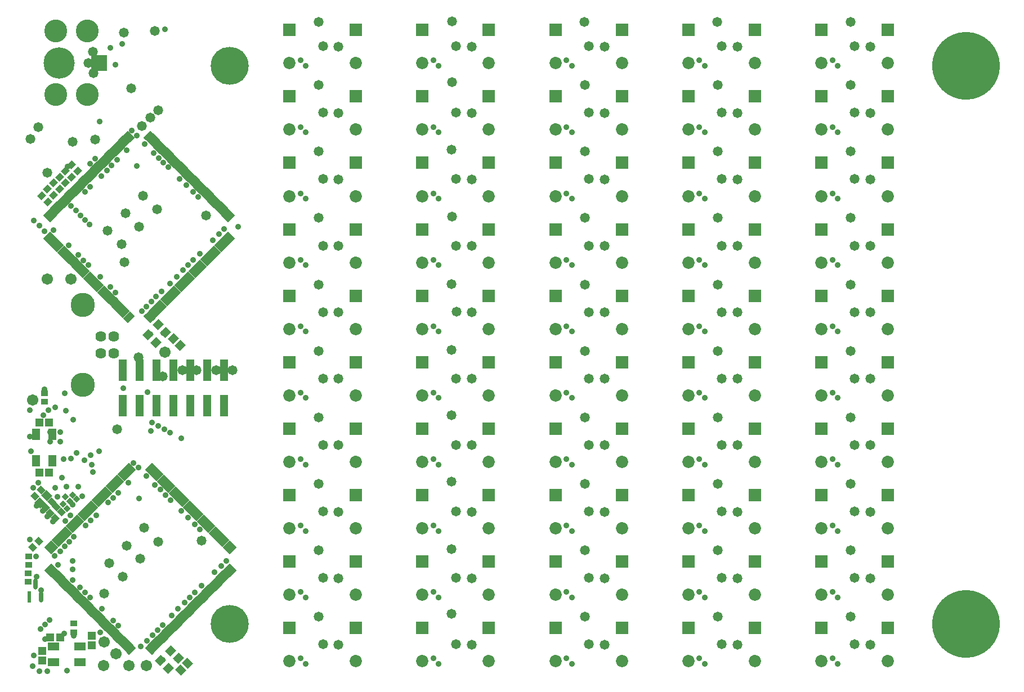
<source format=gts>
G04*
G04 #@! TF.GenerationSoftware,Altium Limited,Altium Designer,22.10.1 (41)*
G04*
G04 Layer_Color=8388736*
%FSLAX25Y25*%
%MOIN*%
G70*
G04*
G04 #@! TF.SameCoordinates,C65821A1-17F7-41E3-85A7-462E8C27BB40*
G04*
G04*
G04 #@! TF.FilePolarity,Negative*
G04*
G01*
G75*
G04:AMPARAMS|DCode=14|XSize=65.3mil|YSize=24.68mil|CornerRadius=12.34mil|HoleSize=0mil|Usage=FLASHONLY|Rotation=90.000|XOffset=0mil|YOffset=0mil|HoleType=Round|Shape=RoundedRectangle|*
%AMROUNDEDRECTD14*
21,1,0.06530,0.00000,0,0,90.0*
21,1,0.04063,0.02468,0,0,90.0*
1,1,0.02468,0.00000,0.02031*
1,1,0.02468,0.00000,-0.02031*
1,1,0.02468,0.00000,-0.02031*
1,1,0.02468,0.00000,0.02031*
%
%ADD14ROUNDEDRECTD14*%
%ADD15R,0.02468X0.06530*%
G04:AMPARAMS|DCode=18|XSize=51.18mil|YSize=43.31mil|CornerRadius=0mil|HoleSize=0mil|Usage=FLASHONLY|Rotation=45.000|XOffset=0mil|YOffset=0mil|HoleType=Round|Shape=Rectangle|*
%AMROTATEDRECTD18*
4,1,4,-0.00278,-0.03341,-0.03341,-0.00278,0.00278,0.03341,0.03341,0.00278,-0.00278,-0.03341,0.0*
%
%ADD18ROTATEDRECTD18*%

%ADD21R,0.04724X0.07087*%
%ADD25R,0.07087X0.04724*%
%ADD26R,0.04147X0.03753*%
%ADD27R,0.04737X0.13005*%
G04:AMPARAMS|DCode=28|XSize=21.78mil|YSize=61.15mil|CornerRadius=0mil|HoleSize=0mil|Usage=FLASHONLY|Rotation=315.000|XOffset=0mil|YOffset=0mil|HoleType=Round|Shape=Rectangle|*
%AMROTATEDRECTD28*
4,1,4,-0.02932,-0.01392,0.01392,0.02932,0.02932,0.01392,-0.01392,-0.02932,-0.02932,-0.01392,0.0*
%
%ADD28ROTATEDRECTD28*%

G04:AMPARAMS|DCode=29|XSize=61.15mil|YSize=21.78mil|CornerRadius=0mil|HoleSize=0mil|Usage=FLASHONLY|Rotation=315.000|XOffset=0mil|YOffset=0mil|HoleType=Round|Shape=Rectangle|*
%AMROTATEDRECTD29*
4,1,4,-0.02932,0.01392,-0.01392,0.02932,0.02932,-0.01392,0.01392,-0.02932,-0.02932,0.01392,0.0*
%
%ADD29ROTATEDRECTD29*%

%ADD30P,0.04194X4X270.0*%
G04:AMPARAMS|DCode=31|XSize=49.34mil|YSize=45.4mil|CornerRadius=0mil|HoleSize=0mil|Usage=FLASHONLY|Rotation=45.000|XOffset=0mil|YOffset=0mil|HoleType=Round|Shape=Rectangle|*
%AMROTATEDRECTD31*
4,1,4,-0.00139,-0.03350,-0.03350,-0.00139,0.00139,0.03350,0.03350,0.00139,-0.00139,-0.03350,0.0*
%
%ADD31ROTATEDRECTD31*%

G04:AMPARAMS|DCode=32|XSize=41.47mil|YSize=37.53mil|CornerRadius=0mil|HoleSize=0mil|Usage=FLASHONLY|Rotation=315.000|XOffset=0mil|YOffset=0mil|HoleType=Round|Shape=Rectangle|*
%AMROTATEDRECTD32*
4,1,4,-0.02793,0.00139,-0.00139,0.02793,0.02793,-0.00139,0.00139,-0.02793,-0.02793,0.00139,0.0*
%
%ADD32ROTATEDRECTD32*%

%ADD33R,0.04934X0.04540*%
G04:AMPARAMS|DCode=34|XSize=41.47mil|YSize=37.53mil|CornerRadius=0mil|HoleSize=0mil|Usage=FLASHONLY|Rotation=45.000|XOffset=0mil|YOffset=0mil|HoleType=Round|Shape=Rectangle|*
%AMROTATEDRECTD34*
4,1,4,-0.00139,-0.02793,-0.02793,-0.00139,0.00139,0.02793,0.02793,0.00139,-0.00139,-0.02793,0.0*
%
%ADD34ROTATEDRECTD34*%

G04:AMPARAMS|DCode=35|XSize=49.34mil|YSize=45.4mil|CornerRadius=0mil|HoleSize=0mil|Usage=FLASHONLY|Rotation=135.000|XOffset=0mil|YOffset=0mil|HoleType=Round|Shape=Rectangle|*
%AMROTATEDRECTD35*
4,1,4,0.03350,-0.00139,0.00139,-0.03350,-0.03350,0.00139,-0.00139,0.03350,0.03350,-0.00139,0.0*
%
%ADD35ROTATEDRECTD35*%

%ADD36R,0.04540X0.04934*%
%ADD37C,0.07284*%
%ADD38R,0.07284X0.07284*%
%ADD39C,0.13521*%
%ADD40C,0.18517*%
%ADD41R,0.09658X0.09658*%
%ADD42C,0.14383*%
%ADD43C,0.06391*%
%ADD44C,0.03556*%
%ADD45C,0.06706*%
%ADD46C,0.22453*%
%ADD47C,0.05800*%
%ADD48C,0.40170*%
D14*
X9843Y55512D02*
D03*
X13445Y47821D02*
D03*
D15*
X6240D02*
D03*
D18*
X81263Y198717D02*
D03*
X87110Y204563D02*
D03*
X82516Y209157D02*
D03*
X76670Y203311D02*
D03*
X84150Y10200D02*
D03*
X89996Y16047D02*
D03*
X94590Y11453D02*
D03*
X88744Y5607D02*
D03*
D21*
X10433Y128543D02*
D03*
Y144291D02*
D03*
X19882D02*
D03*
X19882Y128543D02*
D03*
D25*
X20583Y9218D02*
D03*
X36331Y9218D02*
D03*
X36331Y18667D02*
D03*
X20583D02*
D03*
D26*
X15354Y163583D02*
D03*
Y168701D02*
D03*
X5512Y62008D02*
D03*
Y56890D02*
D03*
X5906Y71900D02*
D03*
Y66782D02*
D03*
X32658Y32166D02*
D03*
Y27048D02*
D03*
D27*
X101772Y182382D02*
D03*
Y161122D02*
D03*
X91772Y182382D02*
D03*
Y161122D02*
D03*
X61772D02*
D03*
Y182382D02*
D03*
X71772Y161122D02*
D03*
Y182382D02*
D03*
X81772Y161122D02*
D03*
Y182382D02*
D03*
X111772Y161122D02*
D03*
X121772Y161122D02*
D03*
X111772Y182382D02*
D03*
X121772D02*
D03*
D28*
X41676Y41394D02*
D03*
X101251Y100970D02*
D03*
X43068Y40003D02*
D03*
X102643Y99578D02*
D03*
X36109Y46962D02*
D03*
X95684Y106537D02*
D03*
X48636Y34435D02*
D03*
X108211Y94010D02*
D03*
X37501Y45570D02*
D03*
X97076Y105146D02*
D03*
X47244Y35827D02*
D03*
X106819Y95402D02*
D03*
X38892Y44178D02*
D03*
X98468Y103754D02*
D03*
X45852Y37219D02*
D03*
X105427Y96794D02*
D03*
X18013Y65058D02*
D03*
X77588Y124633D02*
D03*
X66731Y16340D02*
D03*
X126306Y75915D02*
D03*
X19405Y63666D02*
D03*
X78980Y123241D02*
D03*
X65339Y17731D02*
D03*
X124915Y77307D02*
D03*
X20797Y62274D02*
D03*
X80372Y121849D02*
D03*
X63947Y19124D02*
D03*
X123522Y78699D02*
D03*
X40284Y42786D02*
D03*
X99859Y102362D02*
D03*
X44460Y38611D02*
D03*
X104035Y98186D02*
D03*
X22189Y60882D02*
D03*
X81764Y120457D02*
D03*
X62555Y20515D02*
D03*
X122131Y80090D02*
D03*
X23581Y59490D02*
D03*
X83156Y119065D02*
D03*
X61164Y21907D02*
D03*
X120739Y81482D02*
D03*
X24973Y58098D02*
D03*
X84548Y117673D02*
D03*
X59772Y23299D02*
D03*
X119347Y82874D02*
D03*
X26365Y56706D02*
D03*
X85940Y116281D02*
D03*
X58380Y24691D02*
D03*
X117955Y84266D02*
D03*
X27757Y55314D02*
D03*
X87332Y114889D02*
D03*
X56988Y26083D02*
D03*
X116563Y85658D02*
D03*
X29149Y53922D02*
D03*
X88724Y113497D02*
D03*
X55596Y27475D02*
D03*
X115171Y87050D02*
D03*
X30541Y52530D02*
D03*
X90116Y112105D02*
D03*
X54204Y28867D02*
D03*
X113779Y88442D02*
D03*
X31933Y51138D02*
D03*
X91508Y110713D02*
D03*
X52812Y30259D02*
D03*
X112387Y89834D02*
D03*
X33325Y49746D02*
D03*
X92900Y109321D02*
D03*
X51420Y31651D02*
D03*
X110995Y91226D02*
D03*
X34717Y48354D02*
D03*
X94292Y107929D02*
D03*
X50028Y33043D02*
D03*
X109603Y92618D02*
D03*
X108786Y289271D02*
D03*
X49211Y229695D02*
D03*
X93475Y304582D02*
D03*
X33900Y245007D02*
D03*
X110178Y287879D02*
D03*
X50603Y228304D02*
D03*
X92083Y305974D02*
D03*
X32508Y246399D02*
D03*
X111570Y286487D02*
D03*
X51995Y226911D02*
D03*
X90691Y307366D02*
D03*
X31116Y247791D02*
D03*
X112962Y285095D02*
D03*
X53387Y225520D02*
D03*
X89299Y308758D02*
D03*
X29724Y249183D02*
D03*
X114354Y283703D02*
D03*
X54779Y224128D02*
D03*
X87907Y310150D02*
D03*
X28332Y250575D02*
D03*
X115746Y282311D02*
D03*
X56171Y222736D02*
D03*
X86515Y311542D02*
D03*
X26940Y251967D02*
D03*
X117138Y280919D02*
D03*
X57563Y221344D02*
D03*
X85123Y312934D02*
D03*
X25548Y253359D02*
D03*
X118530Y279527D02*
D03*
X58955Y219952D02*
D03*
X83731Y314325D02*
D03*
X24156Y254750D02*
D03*
X119922Y278135D02*
D03*
X60347Y218560D02*
D03*
X82339Y315718D02*
D03*
X22764Y256142D02*
D03*
X121314Y276743D02*
D03*
X61739Y217168D02*
D03*
X80948Y317109D02*
D03*
X21372Y257534D02*
D03*
X103219Y294838D02*
D03*
X43643Y235263D02*
D03*
X99043Y299014D02*
D03*
X39468Y239439D02*
D03*
X122706Y275351D02*
D03*
X63131Y215776D02*
D03*
X79555Y318501D02*
D03*
X19980Y258926D02*
D03*
X124098Y273959D02*
D03*
X64523Y214384D02*
D03*
X78164Y319893D02*
D03*
X18588Y260318D02*
D03*
X125490Y272567D02*
D03*
X65914Y212992D02*
D03*
X76772Y321285D02*
D03*
X17197Y261710D02*
D03*
X104611Y293446D02*
D03*
X45035Y233871D02*
D03*
X97651Y300406D02*
D03*
X38076Y240831D02*
D03*
X106002Y292055D02*
D03*
X46427Y232479D02*
D03*
X96259Y301798D02*
D03*
X36684Y242223D02*
D03*
X107394Y290663D02*
D03*
X47819Y231087D02*
D03*
X94867Y303190D02*
D03*
X35292Y243615D02*
D03*
X101827Y296230D02*
D03*
X42252Y236655D02*
D03*
X100435Y297622D02*
D03*
X40859Y238047D02*
D03*
D29*
X41676Y99578D02*
D03*
X43068Y100970D02*
D03*
X101251Y40003D02*
D03*
X102643Y41394D02*
D03*
X36108Y94010D02*
D03*
X48636Y106537D02*
D03*
X95684Y34435D02*
D03*
X108211Y46962D02*
D03*
X37501Y95402D02*
D03*
X47244Y105146D02*
D03*
X97076Y35827D02*
D03*
X106819Y45570D02*
D03*
X38892Y96794D02*
D03*
X45852Y103754D02*
D03*
X98468Y37219D02*
D03*
X105427Y44178D02*
D03*
X18013Y75915D02*
D03*
X66731Y124633D02*
D03*
X77588Y16340D02*
D03*
X126306Y65058D02*
D03*
X19405Y77307D02*
D03*
X65339Y123241D02*
D03*
X78980Y17731D02*
D03*
X124915Y63666D02*
D03*
X20797Y78699D02*
D03*
X63947Y121849D02*
D03*
X80372Y19124D02*
D03*
X123522Y62274D02*
D03*
X40284Y98186D02*
D03*
X44460Y102362D02*
D03*
X99859Y38611D02*
D03*
X104035Y42786D02*
D03*
X22189Y80090D02*
D03*
X62555Y120457D02*
D03*
X81764Y20515D02*
D03*
X122131Y60882D02*
D03*
X23581Y81482D02*
D03*
X61164Y119065D02*
D03*
X83156Y21907D02*
D03*
X120739Y59490D02*
D03*
X24973Y82874D02*
D03*
X59772Y117673D02*
D03*
X84548Y23299D02*
D03*
X119347Y58098D02*
D03*
X26365Y84266D02*
D03*
X58380Y116281D02*
D03*
X85940Y24691D02*
D03*
X117955Y56706D02*
D03*
X27757Y85658D02*
D03*
X56988Y114889D02*
D03*
X87332Y26083D02*
D03*
X116563Y55314D02*
D03*
X29149Y87050D02*
D03*
X55596Y113497D02*
D03*
X88724Y27475D02*
D03*
X115171Y53922D02*
D03*
X30541Y88442D02*
D03*
X54204Y112105D02*
D03*
X90116Y28867D02*
D03*
X113779Y52530D02*
D03*
X31933Y89834D02*
D03*
X52812Y110713D02*
D03*
X91508Y30259D02*
D03*
X112387Y51138D02*
D03*
X33325Y91226D02*
D03*
X51420Y109321D02*
D03*
X92900Y31651D02*
D03*
X110995Y49746D02*
D03*
X34717Y92618D02*
D03*
X50028Y107929D02*
D03*
X94292Y33043D02*
D03*
X109603Y48354D02*
D03*
X108786Y245007D02*
D03*
X93475Y229695D02*
D03*
X49211Y304582D02*
D03*
X33900Y289271D02*
D03*
X110178Y246399D02*
D03*
X92083Y228304D02*
D03*
X50603Y305974D02*
D03*
X32508Y287879D02*
D03*
X111570Y247791D02*
D03*
X90691Y226911D02*
D03*
X51995Y307366D02*
D03*
X31116Y286487D02*
D03*
X112962Y249183D02*
D03*
X89299Y225520D02*
D03*
X53387Y308758D02*
D03*
X29724Y285095D02*
D03*
X114354Y250575D02*
D03*
X87907Y224128D02*
D03*
X54779Y310150D02*
D03*
X28332Y283703D02*
D03*
X115746Y251967D02*
D03*
X86515Y222736D02*
D03*
X56171Y311542D02*
D03*
X26940Y282311D02*
D03*
X117138Y253359D02*
D03*
X85123Y221344D02*
D03*
X57563Y312934D02*
D03*
X25548Y280919D02*
D03*
X118530Y254750D02*
D03*
X83731Y219952D02*
D03*
X58955Y314325D02*
D03*
X24156Y279527D02*
D03*
X119922Y256142D02*
D03*
X82339Y218560D02*
D03*
X60347Y315718D02*
D03*
X22764Y278135D02*
D03*
X121314Y257534D02*
D03*
X80948Y217168D02*
D03*
X61739Y317109D02*
D03*
X21372Y276743D02*
D03*
X103219Y239439D02*
D03*
X99043Y235263D02*
D03*
X43643Y299014D02*
D03*
X39468Y294838D02*
D03*
X122706Y258926D02*
D03*
X79555Y215776D02*
D03*
X63131Y318501D02*
D03*
X19980Y275351D02*
D03*
X124098Y260318D02*
D03*
X78164Y214384D02*
D03*
X64523Y319893D02*
D03*
X18588Y273959D02*
D03*
X125490Y261710D02*
D03*
X76772Y212992D02*
D03*
X65914Y321285D02*
D03*
X17197Y272567D02*
D03*
X104611Y240831D02*
D03*
X97651Y233871D02*
D03*
X45035Y300406D02*
D03*
X38076Y293446D02*
D03*
X106002Y242223D02*
D03*
X96259Y232479D02*
D03*
X46427Y301798D02*
D03*
X36684Y292055D02*
D03*
X107394Y243615D02*
D03*
X94867Y231087D02*
D03*
X47819Y303190D02*
D03*
X35292Y290663D02*
D03*
X101827Y238047D02*
D03*
X100435Y236655D02*
D03*
X42252Y297622D02*
D03*
X40859Y296230D02*
D03*
D30*
X34422Y105735D02*
D03*
X31916Y108241D02*
D03*
X28812Y100322D02*
D03*
X30190Y104653D02*
D03*
X27684Y107158D02*
D03*
X26306Y102828D02*
D03*
D31*
X91682Y200837D02*
D03*
X95719Y196801D02*
D03*
D32*
X8427Y77324D02*
D03*
X12046Y80943D02*
D03*
X15907Y100750D02*
D03*
X19526Y104369D02*
D03*
X22282Y101219D02*
D03*
X18663Y97600D02*
D03*
X25432Y98069D02*
D03*
X21813Y94450D02*
D03*
X13227Y111062D02*
D03*
X9608Y107442D02*
D03*
D33*
X13957Y10148D02*
D03*
Y15856D02*
D03*
X43307Y24902D02*
D03*
Y19193D02*
D03*
D34*
X20707Y285986D02*
D03*
X17088Y289605D02*
D03*
X24250Y289529D02*
D03*
X20631Y293148D02*
D03*
X27794Y293072D02*
D03*
X24175Y296691D02*
D03*
X31337Y296616D02*
D03*
X27718Y300235D02*
D03*
X31458Y303975D02*
D03*
X35077Y300356D02*
D03*
X13545Y285668D02*
D03*
X17164Y282049D02*
D03*
D35*
X12549Y103690D02*
D03*
X16585Y107727D02*
D03*
X96013Y4675D02*
D03*
X100050Y8711D02*
D03*
D36*
X18012Y151181D02*
D03*
X12303Y151181D02*
D03*
X12303Y121654D02*
D03*
X18012D02*
D03*
X24508Y24016D02*
D03*
X18799D02*
D03*
D37*
X160360Y364127D02*
D03*
Y167277D02*
D03*
X239101Y364127D02*
D03*
X317841D02*
D03*
X396581D02*
D03*
X475321D02*
D03*
X199730Y9797D02*
D03*
X278471Y9797D02*
D03*
X357211D02*
D03*
X435951D02*
D03*
X514691D02*
D03*
X199730Y49167D02*
D03*
X278471Y49167D02*
D03*
X357211Y49167D02*
D03*
X435951Y49167D02*
D03*
X514691D02*
D03*
X199730Y88537D02*
D03*
X278471Y88537D02*
D03*
X357211D02*
D03*
X435951D02*
D03*
X514691D02*
D03*
X199730Y127907D02*
D03*
X278471Y127907D02*
D03*
X357211D02*
D03*
X435951D02*
D03*
X514691D02*
D03*
X199730Y167277D02*
D03*
X278471Y167277D02*
D03*
X357211D02*
D03*
X435951D02*
D03*
X514691D02*
D03*
X199730Y206647D02*
D03*
X278471Y206647D02*
D03*
X357211D02*
D03*
X435951D02*
D03*
X514691D02*
D03*
X199730Y246017D02*
D03*
X278471Y246017D02*
D03*
X357211D02*
D03*
X435951D02*
D03*
X514691D02*
D03*
X199730Y285387D02*
D03*
X278471Y285387D02*
D03*
X357211D02*
D03*
X435951D02*
D03*
X514691D02*
D03*
X199730Y324757D02*
D03*
X278471Y324757D02*
D03*
X357211D02*
D03*
X435951D02*
D03*
X514691D02*
D03*
X199730Y364127D02*
D03*
X278471Y364127D02*
D03*
X357211D02*
D03*
X435951D02*
D03*
X514691D02*
D03*
X160360Y9797D02*
D03*
X239101Y9797D02*
D03*
X317841D02*
D03*
X396581D02*
D03*
X475321D02*
D03*
X160360Y49167D02*
D03*
X239101Y49167D02*
D03*
X317841Y49167D02*
D03*
X396581Y49167D02*
D03*
X475321D02*
D03*
X160360Y88537D02*
D03*
X239101Y88537D02*
D03*
X317841D02*
D03*
X396581D02*
D03*
X475321D02*
D03*
X160360Y127907D02*
D03*
X239101Y127907D02*
D03*
X317841D02*
D03*
X396581D02*
D03*
X475321D02*
D03*
X239101Y167277D02*
D03*
X317841D02*
D03*
X396581D02*
D03*
X475321D02*
D03*
X160360Y206647D02*
D03*
X239101Y206647D02*
D03*
X317841D02*
D03*
X396581D02*
D03*
X475321D02*
D03*
X160360Y246017D02*
D03*
X239101Y246017D02*
D03*
X317841D02*
D03*
X396581D02*
D03*
X475321D02*
D03*
X160360Y285387D02*
D03*
X239101Y285387D02*
D03*
X317841D02*
D03*
X396581D02*
D03*
X475321D02*
D03*
X160360Y324757D02*
D03*
X239101Y324757D02*
D03*
X317841D02*
D03*
X396581D02*
D03*
X475321D02*
D03*
D38*
X160360Y383812D02*
D03*
Y186962D02*
D03*
X239101Y383812D02*
D03*
X317841D02*
D03*
X396581D02*
D03*
X475321D02*
D03*
X199730Y29482D02*
D03*
X278471Y29482D02*
D03*
X357211D02*
D03*
X435951D02*
D03*
X514691D02*
D03*
X199730Y68852D02*
D03*
X278471Y68852D02*
D03*
X357211Y68852D02*
D03*
X435951Y68852D02*
D03*
X514691D02*
D03*
X199730Y108222D02*
D03*
X278471Y108222D02*
D03*
X357211D02*
D03*
X435951D02*
D03*
X514691D02*
D03*
X199730Y147592D02*
D03*
X278471Y147592D02*
D03*
X357211D02*
D03*
X435951D02*
D03*
X514691D02*
D03*
X199730Y186962D02*
D03*
X278471Y186962D02*
D03*
X357211D02*
D03*
X435951D02*
D03*
X514691D02*
D03*
X199730Y226332D02*
D03*
X278471Y226332D02*
D03*
X357211D02*
D03*
X435951D02*
D03*
X514691D02*
D03*
X199730Y265702D02*
D03*
X278471Y265702D02*
D03*
X357211D02*
D03*
X435951D02*
D03*
X514691D02*
D03*
X199730Y305072D02*
D03*
X278471Y305072D02*
D03*
X357211D02*
D03*
X435951D02*
D03*
X514691D02*
D03*
X199730Y344443D02*
D03*
X278471Y344442D02*
D03*
X357211D02*
D03*
X435951D02*
D03*
X514691D02*
D03*
X199730Y383812D02*
D03*
X278471Y383812D02*
D03*
X357211D02*
D03*
X435951Y383812D02*
D03*
X514691Y383812D02*
D03*
X160360Y29482D02*
D03*
X239101Y29482D02*
D03*
X317841D02*
D03*
X396581D02*
D03*
X475321D02*
D03*
X160360Y68852D02*
D03*
X239101Y68852D02*
D03*
X317841Y68852D02*
D03*
X396581Y68852D02*
D03*
X475321D02*
D03*
X160360Y108222D02*
D03*
X239101Y108222D02*
D03*
X317841D02*
D03*
X396581D02*
D03*
X475321D02*
D03*
X160360Y147592D02*
D03*
X239101Y147592D02*
D03*
X317841D02*
D03*
X396581D02*
D03*
X475321D02*
D03*
X239101Y186962D02*
D03*
X317841D02*
D03*
X396581D02*
D03*
X475321D02*
D03*
X160360Y226332D02*
D03*
X239101Y226332D02*
D03*
X317841D02*
D03*
X396581D02*
D03*
X475321D02*
D03*
X160360Y265702D02*
D03*
X239101Y265702D02*
D03*
X317841D02*
D03*
X396581D02*
D03*
X475321D02*
D03*
X160360Y305072D02*
D03*
X239101Y305072D02*
D03*
X317841D02*
D03*
X396581D02*
D03*
X475321D02*
D03*
X160360Y344443D02*
D03*
X239101Y344442D02*
D03*
X317841D02*
D03*
X396581D02*
D03*
X475321D02*
D03*
D39*
X22047Y383071D02*
D03*
X40551Y383071D02*
D03*
Y345669D02*
D03*
X22047Y345669D02*
D03*
D40*
X24016Y364370D02*
D03*
D41*
X47638D02*
D03*
D42*
X37913Y173543D02*
D03*
Y220945D02*
D03*
D43*
X56457Y202165D02*
D03*
Y192323D02*
D03*
X48583Y192323D02*
D03*
Y202165D02*
D03*
D44*
X28642Y4134D02*
D03*
X15354Y170866D02*
D03*
X6693Y142913D02*
D03*
Y158661D02*
D03*
X14567Y155511D02*
D03*
X86614Y384252D02*
D03*
X63976Y312402D02*
D03*
X57480Y363386D02*
D03*
X166929Y365748D02*
D03*
X170079Y362598D02*
D03*
X106299Y284842D02*
D03*
X166929Y11417D02*
D03*
X170079Y8268D02*
D03*
X47638Y134252D02*
D03*
X14173Y99016D02*
D03*
X8661Y112598D02*
D03*
X76279Y169390D02*
D03*
X62106Y171457D02*
D03*
X48388Y237491D02*
D03*
X48228Y26969D02*
D03*
X27146Y26331D02*
D03*
X15748Y31496D02*
D03*
X13386Y51968D02*
D03*
X12992Y28740D02*
D03*
X18398Y34252D02*
D03*
X15748Y22835D02*
D03*
X24496Y75000D02*
D03*
X10630Y59842D02*
D03*
X10433Y71850D02*
D03*
X32087Y102657D02*
D03*
X35433Y113287D02*
D03*
X37795Y107671D02*
D03*
X28346Y113287D02*
D03*
X57480Y228346D02*
D03*
X86221Y147244D02*
D03*
X96457Y141732D02*
D03*
X89764Y145276D02*
D03*
X79134Y151181D02*
D03*
X82677Y149213D02*
D03*
X78347Y146063D02*
D03*
X44094Y122047D02*
D03*
X45957Y96296D02*
D03*
X43307Y126378D02*
D03*
X22835Y107087D02*
D03*
X96457Y98819D02*
D03*
X129921Y267323D02*
D03*
X121653Y265748D02*
D03*
X103347Y287795D02*
D03*
X48985Y297244D02*
D03*
X73039Y217204D02*
D03*
X84625Y228802D02*
D03*
X81467Y225787D02*
D03*
X78715Y223000D02*
D03*
X75717Y219980D02*
D03*
X54284Y231440D02*
D03*
X27961Y158268D02*
D03*
X21755Y160135D02*
D03*
X17717Y158661D02*
D03*
X27165Y168410D02*
D03*
X85827Y204331D02*
D03*
X77953Y203543D02*
D03*
X38976Y128740D02*
D03*
X6693Y81890D02*
D03*
X32735Y83465D02*
D03*
X30003Y80628D02*
D03*
X21469Y72093D02*
D03*
X32087Y69291D02*
D03*
X42126Y268504D02*
D03*
X39370Y271260D02*
D03*
X36614Y274016D02*
D03*
X33858Y276772D02*
D03*
X31102Y279528D02*
D03*
X28899Y302991D02*
D03*
X39567Y90158D02*
D03*
X42520Y93110D02*
D03*
X56102Y106693D02*
D03*
X59055Y109646D02*
D03*
X53150Y103740D02*
D03*
X23228Y66740D02*
D03*
X27210Y77872D02*
D03*
X32087Y64173D02*
D03*
X30709Y96063D02*
D03*
X39370Y287795D02*
D03*
X42323Y290748D02*
D03*
X15354Y264567D02*
D03*
X9055Y270866D02*
D03*
X24606Y145473D02*
D03*
Y139764D02*
D03*
X12205Y267766D02*
D03*
X42395Y304649D02*
D03*
X20669Y265158D02*
D03*
X32480Y152756D02*
D03*
X45362Y307616D02*
D03*
X55118Y303543D02*
D03*
X58465Y306890D02*
D03*
X52165Y300591D02*
D03*
X10630Y101969D02*
D03*
X16929Y95472D02*
D03*
X12186Y4017D02*
D03*
X9055Y13189D02*
D03*
X25785Y118446D02*
D03*
X31102Y129921D02*
D03*
X26772Y129528D02*
D03*
X34252Y133071D02*
D03*
X75984Y21909D02*
D03*
X85442Y31362D02*
D03*
X82285Y28346D02*
D03*
X79335Y25363D02*
D03*
X85773Y305261D02*
D03*
X70079Y303150D02*
D03*
X80042Y311044D02*
D03*
X83074Y308002D02*
D03*
X87008Y108268D02*
D03*
X71260Y106299D02*
D03*
X83858Y111415D02*
D03*
X89961Y105315D02*
D03*
X80662Y114391D02*
D03*
X20472Y92724D02*
D03*
X27690Y92868D02*
D03*
X59055Y30935D02*
D03*
X56102Y33858D02*
D03*
X38475Y247356D02*
D03*
X48031Y329429D02*
D03*
X54331Y373228D02*
D03*
X93504Y11220D02*
D03*
X85236Y10630D02*
D03*
X11811Y115551D02*
D03*
X21654Y112402D02*
D03*
X74803Y316339D02*
D03*
X88583Y302559D02*
D03*
X95472Y295669D02*
D03*
X99409Y291732D02*
D03*
X115157Y259252D02*
D03*
X118701Y262795D02*
D03*
X107283Y251378D02*
D03*
X103347Y247441D02*
D03*
X100394Y244488D02*
D03*
X97441Y241535D02*
D03*
X93504Y237598D02*
D03*
X89567Y233661D02*
D03*
X41377Y244454D02*
D03*
X35433Y250394D02*
D03*
X29528Y256299D02*
D03*
X66929Y324213D02*
D03*
X69882Y321260D02*
D03*
X70866Y124409D02*
D03*
X67913Y127362D02*
D03*
X32087Y57874D02*
D03*
X36417Y53543D02*
D03*
X39459Y50505D02*
D03*
X42361Y47603D02*
D03*
X49213Y40748D02*
D03*
X72244Y18504D02*
D03*
X90551Y36811D02*
D03*
X94488Y40748D02*
D03*
X98425Y44685D02*
D03*
X101378Y47638D02*
D03*
X104331Y50591D02*
D03*
X108268Y54528D02*
D03*
X120079Y66339D02*
D03*
X116142Y62402D02*
D03*
X123031Y69291D02*
D03*
X107283Y87992D02*
D03*
X104331Y90945D02*
D03*
X100394Y94882D02*
D03*
X75787Y119488D02*
D03*
X64961Y115551D02*
D03*
X42717Y131890D02*
D03*
X18701Y145473D02*
D03*
Y139764D02*
D03*
X10827Y127362D02*
D03*
X7283Y134252D02*
D03*
X17107Y4017D02*
D03*
X8248Y7039D02*
D03*
X32658Y24756D02*
D03*
X61417Y375591D02*
D03*
X166929Y247638D02*
D03*
Y208268D02*
D03*
Y287008D02*
D03*
X170079Y283858D02*
D03*
Y244488D02*
D03*
Y205118D02*
D03*
X245669Y247638D02*
D03*
Y208268D02*
D03*
Y287008D02*
D03*
X166929Y326378D02*
D03*
X170079Y323228D02*
D03*
X245669Y326378D02*
D03*
Y365748D02*
D03*
X248819Y244488D02*
D03*
Y205118D02*
D03*
Y283858D02*
D03*
X324409Y247638D02*
D03*
Y208268D02*
D03*
Y287008D02*
D03*
X327559Y205118D02*
D03*
Y244488D02*
D03*
Y283858D02*
D03*
X248819Y323228D02*
D03*
Y362598D02*
D03*
X324409Y326378D02*
D03*
Y365748D02*
D03*
X327559Y323228D02*
D03*
Y362598D02*
D03*
X406299Y205118D02*
D03*
X403150Y208268D02*
D03*
X406299Y244488D02*
D03*
X403150Y247638D02*
D03*
Y287008D02*
D03*
Y326378D02*
D03*
Y365748D02*
D03*
X406299Y283858D02*
D03*
Y323228D02*
D03*
Y362598D02*
D03*
X481890Y208268D02*
D03*
Y247638D02*
D03*
Y287008D02*
D03*
X485039Y205118D02*
D03*
Y244488D02*
D03*
Y283858D02*
D03*
X481890Y326378D02*
D03*
Y365748D02*
D03*
X485039Y323228D02*
D03*
Y362598D02*
D03*
X324409Y168898D02*
D03*
X327559Y165748D02*
D03*
X403150Y11417D02*
D03*
X406299Y8268D02*
D03*
X403150Y50787D02*
D03*
X406299Y47638D02*
D03*
X403150Y168898D02*
D03*
X406299Y165748D02*
D03*
X485039Y87008D02*
D03*
X481890Y90158D02*
D03*
Y168898D02*
D03*
X485039Y165748D02*
D03*
X481890Y129528D02*
D03*
X485039Y126378D02*
D03*
X327559Y8268D02*
D03*
X324409Y11417D02*
D03*
Y50787D02*
D03*
X327559Y47638D02*
D03*
X324409Y90158D02*
D03*
X327559Y87008D02*
D03*
X324409Y129528D02*
D03*
X327559Y126378D02*
D03*
X403150Y90158D02*
D03*
X406299Y87008D02*
D03*
X403150Y129528D02*
D03*
X406299Y126378D02*
D03*
X245669Y129528D02*
D03*
X248819Y126378D02*
D03*
X245669Y168898D02*
D03*
X248819Y165748D02*
D03*
Y87008D02*
D03*
X245669Y90158D02*
D03*
X170079Y165748D02*
D03*
X248819Y47638D02*
D03*
X245669Y11417D02*
D03*
X248819Y8268D02*
D03*
X245669Y50787D02*
D03*
X166929D02*
D03*
X170079Y47638D02*
D03*
X166929Y90158D02*
D03*
X170079Y87008D02*
D03*
Y126378D02*
D03*
X166929Y129528D02*
D03*
Y168898D02*
D03*
X481890Y11417D02*
D03*
X485039Y8268D02*
D03*
X481890Y50787D02*
D03*
X485039Y47638D02*
D03*
D45*
X8268Y164567D02*
D03*
X50492Y7283D02*
D03*
X86614Y192913D02*
D03*
X16929Y236221D02*
D03*
X30906Y236319D02*
D03*
X50578Y21371D02*
D03*
X57677Y14272D02*
D03*
X65460Y7293D02*
D03*
X75499D02*
D03*
D46*
X125000Y362598D02*
D03*
X125000Y31890D02*
D03*
D47*
X66535Y349213D02*
D03*
X105354Y182343D02*
D03*
X85335Y178445D02*
D03*
X7087Y319291D02*
D03*
X11811Y326378D02*
D03*
X71063Y189764D02*
D03*
X111024Y274016D02*
D03*
X62598Y246063D02*
D03*
X50787Y50000D02*
D03*
X108268Y81102D02*
D03*
X64044Y78337D02*
D03*
X53604Y68037D02*
D03*
X74414Y88846D02*
D03*
X72047Y70472D02*
D03*
X61671Y59938D02*
D03*
X82696Y80703D02*
D03*
X58268Y147244D02*
D03*
X126772Y182283D02*
D03*
X73626Y285697D02*
D03*
X81908Y277554D02*
D03*
X116929Y182283D02*
D03*
X96850Y182283D02*
D03*
X60884Y256789D02*
D03*
X52817Y264887D02*
D03*
X71260Y267323D02*
D03*
X63256Y275187D02*
D03*
X72835Y326772D02*
D03*
X77953Y331890D02*
D03*
X82677Y336221D02*
D03*
X45276Y318898D02*
D03*
X31890Y317717D02*
D03*
X492520Y388583D02*
D03*
X413779D02*
D03*
X335039D02*
D03*
X256693Y388976D02*
D03*
X177559Y388583D02*
D03*
X44488Y358268D02*
D03*
X41339Y364173D02*
D03*
X44094Y370866D02*
D03*
X16929Y299213D02*
D03*
X62205Y382283D02*
D03*
X80709Y383071D02*
D03*
X425715Y177120D02*
D03*
Y59009D02*
D03*
Y19639D02*
D03*
Y98379D02*
D03*
X346974Y177120D02*
D03*
X337664Y177286D02*
D03*
X504455Y137750D02*
D03*
Y98379D02*
D03*
Y177120D02*
D03*
X495144Y98545D02*
D03*
Y177286D02*
D03*
Y137916D02*
D03*
X504455Y19639D02*
D03*
Y59009D02*
D03*
X416404Y19805D02*
D03*
Y59175D02*
D03*
X495144D02*
D03*
X416404Y177286D02*
D03*
X337664Y19805D02*
D03*
Y59175D02*
D03*
Y98545D02*
D03*
Y137916D02*
D03*
X425715Y137750D02*
D03*
X416404Y98545D02*
D03*
Y137916D02*
D03*
Y295396D02*
D03*
X346974Y98379D02*
D03*
X425715Y334600D02*
D03*
Y373970D02*
D03*
X416404Y334766D02*
D03*
Y374136D02*
D03*
X425715Y295230D02*
D03*
Y216490D02*
D03*
Y255860D02*
D03*
X416404Y216656D02*
D03*
Y256026D02*
D03*
X258923Y137916D02*
D03*
X346974Y137750D02*
D03*
X189494Y19639D02*
D03*
Y59009D02*
D03*
X346974Y334600D02*
D03*
Y373970D02*
D03*
X337664Y374136D02*
D03*
X268234Y59009D02*
D03*
Y19639D02*
D03*
X346974D02*
D03*
Y59009D02*
D03*
X268234Y177120D02*
D03*
X258923Y177286D02*
D03*
X268234Y98379D02*
D03*
Y137750D02*
D03*
X258923Y98545D02*
D03*
X268234Y373970D02*
D03*
X258923Y374136D02*
D03*
Y19805D02*
D03*
Y59175D02*
D03*
X189494Y334600D02*
D03*
X268234Y334600D02*
D03*
X189494Y373970D02*
D03*
X180183Y374136D02*
D03*
Y19805D02*
D03*
X189494Y98379D02*
D03*
X180183Y59175D02*
D03*
Y98545D02*
D03*
X189494Y177120D02*
D03*
Y137750D02*
D03*
X180183Y137916D02*
D03*
Y177286D02*
D03*
X504455Y295230D02*
D03*
Y216490D02*
D03*
Y255860D02*
D03*
X495144Y216656D02*
D03*
Y256026D02*
D03*
Y295396D02*
D03*
X504455Y334600D02*
D03*
Y373970D02*
D03*
X495144Y334766D02*
D03*
Y374136D02*
D03*
Y19805D02*
D03*
X189494Y216490D02*
D03*
X180183Y334766D02*
D03*
X189494Y255860D02*
D03*
X180183Y216656D02*
D03*
Y256026D02*
D03*
X189494Y295230D02*
D03*
X180183Y295396D02*
D03*
X337664Y216656D02*
D03*
Y256026D02*
D03*
X346974Y255860D02*
D03*
Y216490D02*
D03*
X258923Y256026D02*
D03*
X268234Y255860D02*
D03*
Y295230D02*
D03*
X258923Y295396D02*
D03*
Y334766D02*
D03*
X346974Y295230D02*
D03*
X337664Y295396D02*
D03*
Y334766D02*
D03*
X259275Y216838D02*
D03*
X268234Y216490D02*
D03*
X177683Y233025D02*
D03*
Y272395D02*
D03*
Y311765D02*
D03*
Y351135D02*
D03*
X256423Y233221D02*
D03*
X256693Y273228D02*
D03*
X335163Y272395D02*
D03*
Y233025D02*
D03*
X256299Y312992D02*
D03*
X256693Y352756D02*
D03*
X335163Y311765D02*
D03*
Y351135D02*
D03*
X413904Y233025D02*
D03*
Y272395D02*
D03*
Y311765D02*
D03*
Y351135D02*
D03*
X492644Y233025D02*
D03*
Y272395D02*
D03*
Y311765D02*
D03*
Y351135D02*
D03*
X335163Y193655D02*
D03*
X492644D02*
D03*
Y114915D02*
D03*
Y154285D02*
D03*
X413904Y36175D02*
D03*
X492644D02*
D03*
Y75545D02*
D03*
X413904D02*
D03*
Y114915D02*
D03*
Y154285D02*
D03*
Y193655D02*
D03*
X335163Y36175D02*
D03*
Y114915D02*
D03*
Y154285D02*
D03*
X177683Y75545D02*
D03*
Y36175D02*
D03*
X256299Y37795D02*
D03*
Y116142D02*
D03*
X335163Y75545D02*
D03*
X256299Y76378D02*
D03*
X177683Y193655D02*
D03*
Y154285D02*
D03*
X256299Y155512D02*
D03*
Y194095D02*
D03*
X177683Y114915D02*
D03*
D48*
X561024Y362598D02*
D03*
Y31890D02*
D03*
M02*

</source>
